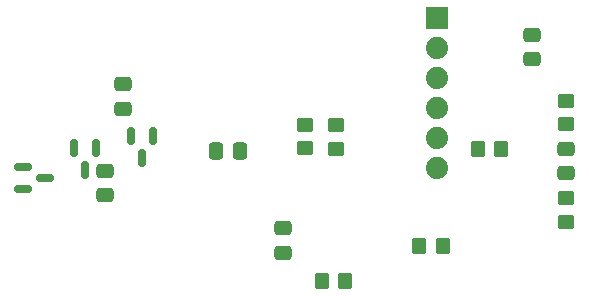
<source format=gbr>
%TF.GenerationSoftware,KiCad,Pcbnew,6.0.11-2627ca5db0~126~ubuntu22.04.1*%
%TF.CreationDate,2023-02-28T18:25:52-05:00*%
%TF.ProjectId,canbus-thermocouple,63616e62-7573-42d7-9468-65726d6f636f,1.0*%
%TF.SameCoordinates,Original*%
%TF.FileFunction,Paste,Bot*%
%TF.FilePolarity,Positive*%
%FSLAX46Y46*%
G04 Gerber Fmt 4.6, Leading zero omitted, Abs format (unit mm)*
G04 Created by KiCad (PCBNEW 6.0.11-2627ca5db0~126~ubuntu22.04.1) date 2023-02-28 18:25:52*
%MOMM*%
%LPD*%
G01*
G04 APERTURE LIST*
G04 Aperture macros list*
%AMRoundRect*
0 Rectangle with rounded corners*
0 $1 Rounding radius*
0 $2 $3 $4 $5 $6 $7 $8 $9 X,Y pos of 4 corners*
0 Add a 4 corners polygon primitive as box body*
4,1,4,$2,$3,$4,$5,$6,$7,$8,$9,$2,$3,0*
0 Add four circle primitives for the rounded corners*
1,1,$1+$1,$2,$3*
1,1,$1+$1,$4,$5*
1,1,$1+$1,$6,$7*
1,1,$1+$1,$8,$9*
0 Add four rect primitives between the rounded corners*
20,1,$1+$1,$2,$3,$4,$5,0*
20,1,$1+$1,$4,$5,$6,$7,0*
20,1,$1+$1,$6,$7,$8,$9,0*
20,1,$1+$1,$8,$9,$2,$3,0*%
G04 Aperture macros list end*
%ADD10RoundRect,0.250000X-0.450000X0.350000X-0.450000X-0.350000X0.450000X-0.350000X0.450000X0.350000X0*%
%ADD11RoundRect,0.250000X-0.350000X-0.450000X0.350000X-0.450000X0.350000X0.450000X-0.350000X0.450000X0*%
%ADD12RoundRect,0.250000X0.450000X-0.350000X0.450000X0.350000X-0.450000X0.350000X-0.450000X-0.350000X0*%
%ADD13RoundRect,0.250000X-0.475000X0.337500X-0.475000X-0.337500X0.475000X-0.337500X0.475000X0.337500X0*%
%ADD14R,1.879600X1.879600*%
%ADD15C,1.879600*%
%ADD16RoundRect,0.250000X-0.337500X-0.475000X0.337500X-0.475000X0.337500X0.475000X-0.337500X0.475000X0*%
%ADD17RoundRect,0.150000X-0.150000X0.587500X-0.150000X-0.587500X0.150000X-0.587500X0.150000X0.587500X0*%
%ADD18RoundRect,0.250000X0.350000X0.450000X-0.350000X0.450000X-0.350000X-0.450000X0.350000X-0.450000X0*%
%ADD19RoundRect,0.250000X0.475000X-0.337500X0.475000X0.337500X-0.475000X0.337500X-0.475000X-0.337500X0*%
%ADD20RoundRect,0.150000X-0.587500X-0.150000X0.587500X-0.150000X0.587500X0.150000X-0.587500X0.150000X0*%
G04 APERTURE END LIST*
D10*
%TO.C,R9*%
X85325000Y-80050000D03*
X85325000Y-82050000D03*
%TD*%
%TO.C,R7*%
X88000000Y-80075000D03*
X88000000Y-82075000D03*
%TD*%
D11*
%TO.C,R3*%
X99950000Y-82100000D03*
X101950000Y-82100000D03*
%TD*%
D12*
%TO.C,R4*%
X107425000Y-80000000D03*
X107425000Y-78000000D03*
%TD*%
D13*
%TO.C,C8*%
X107425000Y-82100000D03*
X107425000Y-84175000D03*
%TD*%
%TO.C,C9*%
X104525000Y-72425000D03*
X104525000Y-74500000D03*
%TD*%
D10*
%TO.C,R6*%
X107475000Y-86250000D03*
X107475000Y-88250000D03*
%TD*%
D14*
%TO.C,J3*%
X96500000Y-70990000D03*
D15*
X96500000Y-73530000D03*
X96500000Y-76070000D03*
X96500000Y-78610000D03*
X96500000Y-81150000D03*
X96500000Y-83690000D03*
%TD*%
D16*
%TO.C,C7*%
X77787500Y-82300000D03*
X79862500Y-82300000D03*
%TD*%
D17*
%TO.C,U1*%
X65775000Y-81987500D03*
X67675000Y-81987500D03*
X66725000Y-83862500D03*
%TD*%
D18*
%TO.C,R1*%
X88750000Y-93250000D03*
X86750000Y-93250000D03*
%TD*%
D19*
%TO.C,C2*%
X83450000Y-90887500D03*
X83450000Y-88812500D03*
%TD*%
%TO.C,C3*%
X69900000Y-78712500D03*
X69900000Y-76637500D03*
%TD*%
D13*
%TO.C,C1*%
X68425000Y-83950000D03*
X68425000Y-86025000D03*
%TD*%
D20*
%TO.C,Q2*%
X61437500Y-85525000D03*
X61437500Y-83625000D03*
X63312500Y-84575000D03*
%TD*%
D17*
%TO.C,Q1*%
X70600000Y-81000000D03*
X72500000Y-81000000D03*
X71550000Y-82875000D03*
%TD*%
D11*
%TO.C,R2*%
X95000000Y-90325000D03*
X97000000Y-90325000D03*
%TD*%
M02*

</source>
